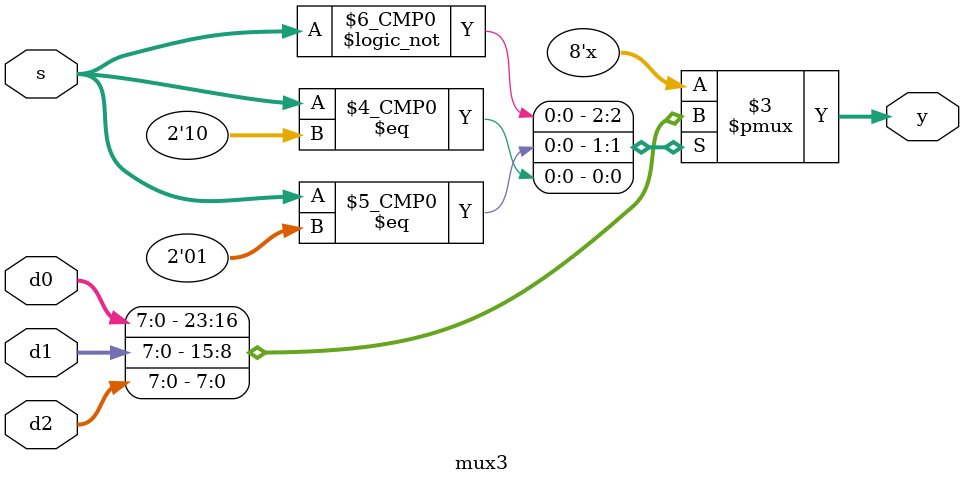
<source format=v>
module mux3 #(
    parameter WIDTH = 8
)(
    input [WIDTH-1:0] d0, d1, d2,
    input [1:0] s,
    output [WIDTH-1:0] y
);
    reg [WIDTH-1:0] y;
    always @* begin
        case(s)
            2'b00: y = d0;
            2'b01: y = d1;
            2'b10: y = d2;
            default: y = {WIDTH{1'bx}};
        endcase
    end
endmodule

</source>
